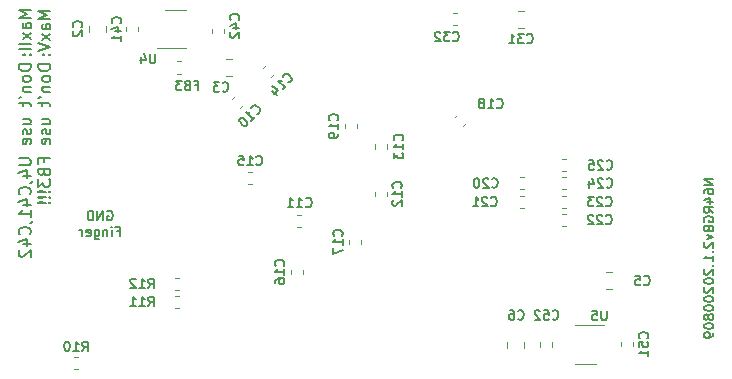
<source format=gbr>
G04 #@! TF.GenerationSoftware,KiCad,Pcbnew,(5.1.5)-3*
G04 #@! TF.CreationDate,2020-08-09T17:15:23+02:00*
G04 #@! TF.ProjectId,n64rgbv2.1,6e363472-6762-4763-922e-312e6b696361,rev?*
G04 #@! TF.SameCoordinates,Original*
G04 #@! TF.FileFunction,Legend,Bot*
G04 #@! TF.FilePolarity,Positive*
%FSLAX46Y46*%
G04 Gerber Fmt 4.6, Leading zero omitted, Abs format (unit mm)*
G04 Created by KiCad (PCBNEW (5.1.5)-3) date 2020-08-09 17:15:23*
%MOMM*%
%LPD*%
G04 APERTURE LIST*
%ADD10C,0.150000*%
%ADD11C,0.120000*%
G04 APERTURE END LIST*
D10*
X122402523Y-106113000D02*
X122478714Y-106074904D01*
X122593000Y-106074904D01*
X122707285Y-106113000D01*
X122783476Y-106189190D01*
X122821571Y-106265380D01*
X122859666Y-106417761D01*
X122859666Y-106532047D01*
X122821571Y-106684428D01*
X122783476Y-106760619D01*
X122707285Y-106836809D01*
X122593000Y-106874904D01*
X122516809Y-106874904D01*
X122402523Y-106836809D01*
X122364428Y-106798714D01*
X122364428Y-106532047D01*
X122516809Y-106532047D01*
X122021571Y-106874904D02*
X122021571Y-106074904D01*
X121564428Y-106874904D01*
X121564428Y-106074904D01*
X121183476Y-106874904D02*
X121183476Y-106074904D01*
X120993000Y-106074904D01*
X120878714Y-106113000D01*
X120802523Y-106189190D01*
X120764428Y-106265380D01*
X120726333Y-106417761D01*
X120726333Y-106532047D01*
X120764428Y-106684428D01*
X120802523Y-106760619D01*
X120878714Y-106836809D01*
X120993000Y-106874904D01*
X121183476Y-106874904D01*
X123183476Y-107805857D02*
X123450142Y-107805857D01*
X123450142Y-108224904D02*
X123450142Y-107424904D01*
X123069190Y-107424904D01*
X122764428Y-108224904D02*
X122764428Y-107691571D01*
X122764428Y-107424904D02*
X122802523Y-107463000D01*
X122764428Y-107501095D01*
X122726333Y-107463000D01*
X122764428Y-107424904D01*
X122764428Y-107501095D01*
X122383476Y-107691571D02*
X122383476Y-108224904D01*
X122383476Y-107767761D02*
X122345380Y-107729666D01*
X122269190Y-107691571D01*
X122154904Y-107691571D01*
X122078714Y-107729666D01*
X122040619Y-107805857D01*
X122040619Y-108224904D01*
X121316809Y-107691571D02*
X121316809Y-108339190D01*
X121354904Y-108415380D01*
X121393000Y-108453476D01*
X121469190Y-108491571D01*
X121583476Y-108491571D01*
X121659666Y-108453476D01*
X121316809Y-108186809D02*
X121393000Y-108224904D01*
X121545380Y-108224904D01*
X121621571Y-108186809D01*
X121659666Y-108148714D01*
X121697761Y-108072523D01*
X121697761Y-107843952D01*
X121659666Y-107767761D01*
X121621571Y-107729666D01*
X121545380Y-107691571D01*
X121393000Y-107691571D01*
X121316809Y-107729666D01*
X120631095Y-108186809D02*
X120707285Y-108224904D01*
X120859666Y-108224904D01*
X120935857Y-108186809D01*
X120973952Y-108110619D01*
X120973952Y-107805857D01*
X120935857Y-107729666D01*
X120859666Y-107691571D01*
X120707285Y-107691571D01*
X120631095Y-107729666D01*
X120593000Y-107805857D01*
X120593000Y-107882047D01*
X120973952Y-107958238D01*
X120250142Y-108224904D02*
X120250142Y-107691571D01*
X120250142Y-107843952D02*
X120212047Y-107767761D01*
X120173952Y-107729666D01*
X120097761Y-107691571D01*
X120021571Y-107691571D01*
X115908580Y-93705995D02*
X114908580Y-93705995D01*
X114908580Y-93944090D01*
X114956200Y-94086947D01*
X115051438Y-94182185D01*
X115146676Y-94229804D01*
X115337152Y-94277423D01*
X115480009Y-94277423D01*
X115670485Y-94229804D01*
X115765723Y-94182185D01*
X115860961Y-94086947D01*
X115908580Y-93944090D01*
X115908580Y-93705995D01*
X115908580Y-94848852D02*
X115860961Y-94753614D01*
X115813342Y-94705995D01*
X115718104Y-94658376D01*
X115432390Y-94658376D01*
X115337152Y-94705995D01*
X115289533Y-94753614D01*
X115241914Y-94848852D01*
X115241914Y-94991709D01*
X115289533Y-95086947D01*
X115337152Y-95134566D01*
X115432390Y-95182185D01*
X115718104Y-95182185D01*
X115813342Y-95134566D01*
X115860961Y-95086947D01*
X115908580Y-94991709D01*
X115908580Y-94848852D01*
X115241914Y-95610757D02*
X115908580Y-95610757D01*
X115337152Y-95610757D02*
X115289533Y-95658376D01*
X115241914Y-95753614D01*
X115241914Y-95896471D01*
X115289533Y-95991709D01*
X115384771Y-96039328D01*
X115908580Y-96039328D01*
X114908580Y-96563138D02*
X115099057Y-96467900D01*
X115241914Y-96848852D02*
X115241914Y-97229804D01*
X114908580Y-96991709D02*
X115765723Y-96991709D01*
X115860961Y-97039328D01*
X115908580Y-97134566D01*
X115908580Y-97229804D01*
X115241914Y-98753614D02*
X115908580Y-98753614D01*
X115241914Y-98325042D02*
X115765723Y-98325042D01*
X115860961Y-98372661D01*
X115908580Y-98467900D01*
X115908580Y-98610757D01*
X115860961Y-98705995D01*
X115813342Y-98753614D01*
X115860961Y-99182185D02*
X115908580Y-99277423D01*
X115908580Y-99467900D01*
X115860961Y-99563138D01*
X115765723Y-99610757D01*
X115718104Y-99610757D01*
X115622866Y-99563138D01*
X115575247Y-99467900D01*
X115575247Y-99325042D01*
X115527628Y-99229804D01*
X115432390Y-99182185D01*
X115384771Y-99182185D01*
X115289533Y-99229804D01*
X115241914Y-99325042D01*
X115241914Y-99467900D01*
X115289533Y-99563138D01*
X115860961Y-100420280D02*
X115908580Y-100325042D01*
X115908580Y-100134566D01*
X115860961Y-100039328D01*
X115765723Y-99991709D01*
X115384771Y-99991709D01*
X115289533Y-100039328D01*
X115241914Y-100134566D01*
X115241914Y-100325042D01*
X115289533Y-100420280D01*
X115384771Y-100467900D01*
X115480009Y-100467900D01*
X115575247Y-99991709D01*
X114908580Y-101658376D02*
X115718104Y-101658376D01*
X115813342Y-101705995D01*
X115860961Y-101753614D01*
X115908580Y-101848852D01*
X115908580Y-102039328D01*
X115860961Y-102134566D01*
X115813342Y-102182185D01*
X115718104Y-102229804D01*
X114908580Y-102229804D01*
X115241914Y-103134566D02*
X115908580Y-103134566D01*
X114860961Y-102896471D02*
X115575247Y-102658376D01*
X115575247Y-103277423D01*
X115860961Y-103705995D02*
X115908580Y-103705995D01*
X116003819Y-103658376D01*
X116051438Y-103610757D01*
X115813342Y-104705995D02*
X115860961Y-104658376D01*
X115908580Y-104515519D01*
X115908580Y-104420280D01*
X115860961Y-104277423D01*
X115765723Y-104182185D01*
X115670485Y-104134566D01*
X115480009Y-104086947D01*
X115337152Y-104086947D01*
X115146676Y-104134566D01*
X115051438Y-104182185D01*
X114956200Y-104277423D01*
X114908580Y-104420280D01*
X114908580Y-104515519D01*
X114956200Y-104658376D01*
X115003819Y-104705995D01*
X115241914Y-105563138D02*
X115908580Y-105563138D01*
X114860961Y-105325042D02*
X115575247Y-105086947D01*
X115575247Y-105705995D01*
X115908580Y-106610757D02*
X115908580Y-106039328D01*
X115908580Y-106325042D02*
X114908580Y-106325042D01*
X115051438Y-106229804D01*
X115146676Y-106134566D01*
X115194295Y-106039328D01*
X115860961Y-107086947D02*
X115908580Y-107086947D01*
X116003819Y-107039328D01*
X116051438Y-106991709D01*
X115813342Y-108086947D02*
X115860961Y-108039328D01*
X115908580Y-107896471D01*
X115908580Y-107801233D01*
X115860961Y-107658376D01*
X115765723Y-107563138D01*
X115670485Y-107515519D01*
X115480009Y-107467900D01*
X115337152Y-107467900D01*
X115146676Y-107515519D01*
X115051438Y-107563138D01*
X114956200Y-107658376D01*
X114908580Y-107801233D01*
X114908580Y-107896471D01*
X114956200Y-108039328D01*
X115003819Y-108086947D01*
X115241914Y-108944090D02*
X115908580Y-108944090D01*
X114860961Y-108705995D02*
X115575247Y-108467900D01*
X115575247Y-109086947D01*
X115003819Y-109420280D02*
X114956200Y-109467900D01*
X114908580Y-109563138D01*
X114908580Y-109801233D01*
X114956200Y-109896471D01*
X115003819Y-109944090D01*
X115099057Y-109991709D01*
X115194295Y-109991709D01*
X115337152Y-109944090D01*
X115908580Y-109372661D01*
X115908580Y-109991709D01*
X117558580Y-93705995D02*
X116558580Y-93705995D01*
X116558580Y-93944090D01*
X116606200Y-94086947D01*
X116701438Y-94182185D01*
X116796676Y-94229804D01*
X116987152Y-94277423D01*
X117130009Y-94277423D01*
X117320485Y-94229804D01*
X117415723Y-94182185D01*
X117510961Y-94086947D01*
X117558580Y-93944090D01*
X117558580Y-93705995D01*
X117558580Y-94848852D02*
X117510961Y-94753614D01*
X117463342Y-94705995D01*
X117368104Y-94658376D01*
X117082390Y-94658376D01*
X116987152Y-94705995D01*
X116939533Y-94753614D01*
X116891914Y-94848852D01*
X116891914Y-94991709D01*
X116939533Y-95086947D01*
X116987152Y-95134566D01*
X117082390Y-95182185D01*
X117368104Y-95182185D01*
X117463342Y-95134566D01*
X117510961Y-95086947D01*
X117558580Y-94991709D01*
X117558580Y-94848852D01*
X116891914Y-95610757D02*
X117558580Y-95610757D01*
X116987152Y-95610757D02*
X116939533Y-95658376D01*
X116891914Y-95753614D01*
X116891914Y-95896471D01*
X116939533Y-95991709D01*
X117034771Y-96039328D01*
X117558580Y-96039328D01*
X116558580Y-96563138D02*
X116749057Y-96467900D01*
X116891914Y-96848852D02*
X116891914Y-97229804D01*
X116558580Y-96991709D02*
X117415723Y-96991709D01*
X117510961Y-97039328D01*
X117558580Y-97134566D01*
X117558580Y-97229804D01*
X116891914Y-98753614D02*
X117558580Y-98753614D01*
X116891914Y-98325042D02*
X117415723Y-98325042D01*
X117510961Y-98372661D01*
X117558580Y-98467900D01*
X117558580Y-98610757D01*
X117510961Y-98705995D01*
X117463342Y-98753614D01*
X117510961Y-99182185D02*
X117558580Y-99277423D01*
X117558580Y-99467900D01*
X117510961Y-99563138D01*
X117415723Y-99610757D01*
X117368104Y-99610757D01*
X117272866Y-99563138D01*
X117225247Y-99467900D01*
X117225247Y-99325042D01*
X117177628Y-99229804D01*
X117082390Y-99182185D01*
X117034771Y-99182185D01*
X116939533Y-99229804D01*
X116891914Y-99325042D01*
X116891914Y-99467900D01*
X116939533Y-99563138D01*
X117510961Y-100420280D02*
X117558580Y-100325042D01*
X117558580Y-100134566D01*
X117510961Y-100039328D01*
X117415723Y-99991709D01*
X117034771Y-99991709D01*
X116939533Y-100039328D01*
X116891914Y-100134566D01*
X116891914Y-100325042D01*
X116939533Y-100420280D01*
X117034771Y-100467900D01*
X117130009Y-100467900D01*
X117225247Y-99991709D01*
X117034771Y-101991709D02*
X117034771Y-101658376D01*
X117558580Y-101658376D02*
X116558580Y-101658376D01*
X116558580Y-102134566D01*
X117034771Y-102848852D02*
X117082390Y-102991709D01*
X117130009Y-103039328D01*
X117225247Y-103086947D01*
X117368104Y-103086947D01*
X117463342Y-103039328D01*
X117510961Y-102991709D01*
X117558580Y-102896471D01*
X117558580Y-102515519D01*
X116558580Y-102515519D01*
X116558580Y-102848852D01*
X116606200Y-102944090D01*
X116653819Y-102991709D01*
X116749057Y-103039328D01*
X116844295Y-103039328D01*
X116939533Y-102991709D01*
X116987152Y-102944090D01*
X117034771Y-102848852D01*
X117034771Y-102515519D01*
X116558580Y-103420280D02*
X116558580Y-104039328D01*
X116939533Y-103705995D01*
X116939533Y-103848852D01*
X116987152Y-103944090D01*
X117034771Y-103991709D01*
X117130009Y-104039328D01*
X117368104Y-104039328D01*
X117463342Y-103991709D01*
X117510961Y-103944090D01*
X117558580Y-103848852D01*
X117558580Y-103563138D01*
X117510961Y-103467900D01*
X117463342Y-103420280D01*
X117463342Y-104467900D02*
X117510961Y-104515519D01*
X117558580Y-104467900D01*
X117510961Y-104420280D01*
X117463342Y-104467900D01*
X117558580Y-104467900D01*
X117177628Y-104467900D02*
X116606200Y-104420280D01*
X116558580Y-104467900D01*
X116606200Y-104515519D01*
X117177628Y-104467900D01*
X116558580Y-104467900D01*
X117463342Y-104944090D02*
X117510961Y-104991709D01*
X117558580Y-104944090D01*
X117510961Y-104896471D01*
X117463342Y-104944090D01*
X117558580Y-104944090D01*
X117177628Y-104944090D02*
X116606200Y-104896471D01*
X116558580Y-104944090D01*
X116606200Y-104991709D01*
X117177628Y-104944090D01*
X116558580Y-104944090D01*
X117463342Y-105420280D02*
X117510961Y-105467900D01*
X117558580Y-105420280D01*
X117510961Y-105372661D01*
X117463342Y-105420280D01*
X117558580Y-105420280D01*
X117177628Y-105420280D02*
X116606200Y-105372661D01*
X116558580Y-105420280D01*
X116606200Y-105467900D01*
X117177628Y-105420280D01*
X116558580Y-105420280D01*
X115908580Y-89072880D02*
X114908580Y-89072880D01*
X115622866Y-89406214D01*
X114908580Y-89739547D01*
X115908580Y-89739547D01*
X115908580Y-90644309D02*
X115384771Y-90644309D01*
X115289533Y-90596690D01*
X115241914Y-90501452D01*
X115241914Y-90310976D01*
X115289533Y-90215738D01*
X115860961Y-90644309D02*
X115908580Y-90549071D01*
X115908580Y-90310976D01*
X115860961Y-90215738D01*
X115765723Y-90168119D01*
X115670485Y-90168119D01*
X115575247Y-90215738D01*
X115527628Y-90310976D01*
X115527628Y-90549071D01*
X115480009Y-90644309D01*
X115908580Y-91025261D02*
X115241914Y-91549071D01*
X115241914Y-91025261D02*
X115908580Y-91549071D01*
X115908580Y-91930023D02*
X114908580Y-91930023D01*
X115908580Y-92406214D02*
X114908580Y-92406214D01*
X115813342Y-92882404D02*
X115860961Y-92930023D01*
X115908580Y-92882404D01*
X115860961Y-92834785D01*
X115813342Y-92882404D01*
X115908580Y-92882404D01*
X115289533Y-92882404D02*
X115337152Y-92930023D01*
X115384771Y-92882404D01*
X115337152Y-92834785D01*
X115289533Y-92882404D01*
X115384771Y-92882404D01*
X117558580Y-89168119D02*
X116558580Y-89168119D01*
X117272866Y-89501452D01*
X116558580Y-89834785D01*
X117558580Y-89834785D01*
X117558580Y-90739547D02*
X117034771Y-90739547D01*
X116939533Y-90691928D01*
X116891914Y-90596690D01*
X116891914Y-90406214D01*
X116939533Y-90310976D01*
X117510961Y-90739547D02*
X117558580Y-90644309D01*
X117558580Y-90406214D01*
X117510961Y-90310976D01*
X117415723Y-90263357D01*
X117320485Y-90263357D01*
X117225247Y-90310976D01*
X117177628Y-90406214D01*
X117177628Y-90644309D01*
X117130009Y-90739547D01*
X117558580Y-91120500D02*
X116891914Y-91644309D01*
X116891914Y-91120500D02*
X117558580Y-91644309D01*
X116558580Y-91882404D02*
X117558580Y-92215738D01*
X116558580Y-92549071D01*
X117463342Y-92882404D02*
X117510961Y-92930023D01*
X117558580Y-92882404D01*
X117510961Y-92834785D01*
X117463342Y-92882404D01*
X117558580Y-92882404D01*
X116939533Y-92882404D02*
X116987152Y-92930023D01*
X117034771Y-92882404D01*
X116987152Y-92834785D01*
X116939533Y-92882404D01*
X117034771Y-92882404D01*
X173716904Y-103423285D02*
X172916904Y-103423285D01*
X173716904Y-103880428D01*
X172916904Y-103880428D01*
X172916904Y-104604238D02*
X172916904Y-104451857D01*
X172955000Y-104375666D01*
X172993095Y-104337571D01*
X173107380Y-104261380D01*
X173259761Y-104223285D01*
X173564523Y-104223285D01*
X173640714Y-104261380D01*
X173678809Y-104299476D01*
X173716904Y-104375666D01*
X173716904Y-104528047D01*
X173678809Y-104604238D01*
X173640714Y-104642333D01*
X173564523Y-104680428D01*
X173374047Y-104680428D01*
X173297857Y-104642333D01*
X173259761Y-104604238D01*
X173221666Y-104528047D01*
X173221666Y-104375666D01*
X173259761Y-104299476D01*
X173297857Y-104261380D01*
X173374047Y-104223285D01*
X173183571Y-105366142D02*
X173716904Y-105366142D01*
X172878809Y-105175666D02*
X173450238Y-104985190D01*
X173450238Y-105480428D01*
X173716904Y-106242333D02*
X173335952Y-105975666D01*
X173716904Y-105785190D02*
X172916904Y-105785190D01*
X172916904Y-106089952D01*
X172955000Y-106166142D01*
X172993095Y-106204238D01*
X173069285Y-106242333D01*
X173183571Y-106242333D01*
X173259761Y-106204238D01*
X173297857Y-106166142D01*
X173335952Y-106089952D01*
X173335952Y-105785190D01*
X172955000Y-107004238D02*
X172916904Y-106928047D01*
X172916904Y-106813761D01*
X172955000Y-106699476D01*
X173031190Y-106623285D01*
X173107380Y-106585190D01*
X173259761Y-106547095D01*
X173374047Y-106547095D01*
X173526428Y-106585190D01*
X173602619Y-106623285D01*
X173678809Y-106699476D01*
X173716904Y-106813761D01*
X173716904Y-106889952D01*
X173678809Y-107004238D01*
X173640714Y-107042333D01*
X173374047Y-107042333D01*
X173374047Y-106889952D01*
X173297857Y-107651857D02*
X173335952Y-107766142D01*
X173374047Y-107804238D01*
X173450238Y-107842333D01*
X173564523Y-107842333D01*
X173640714Y-107804238D01*
X173678809Y-107766142D01*
X173716904Y-107689952D01*
X173716904Y-107385190D01*
X172916904Y-107385190D01*
X172916904Y-107651857D01*
X172955000Y-107728047D01*
X172993095Y-107766142D01*
X173069285Y-107804238D01*
X173145476Y-107804238D01*
X173221666Y-107766142D01*
X173259761Y-107728047D01*
X173297857Y-107651857D01*
X173297857Y-107385190D01*
X173183571Y-108109000D02*
X173716904Y-108299476D01*
X173183571Y-108489952D01*
X172993095Y-108756619D02*
X172955000Y-108794714D01*
X172916904Y-108870904D01*
X172916904Y-109061380D01*
X172955000Y-109137571D01*
X172993095Y-109175666D01*
X173069285Y-109213761D01*
X173145476Y-109213761D01*
X173259761Y-109175666D01*
X173716904Y-108718523D01*
X173716904Y-109213761D01*
X173640714Y-109556619D02*
X173678809Y-109594714D01*
X173716904Y-109556619D01*
X173678809Y-109518523D01*
X173640714Y-109556619D01*
X173716904Y-109556619D01*
X173716904Y-110356619D02*
X173716904Y-109899476D01*
X173716904Y-110128047D02*
X172916904Y-110128047D01*
X173031190Y-110051857D01*
X173107380Y-109975666D01*
X173145476Y-109899476D01*
X173640714Y-110699476D02*
X173678809Y-110737571D01*
X173716904Y-110699476D01*
X173678809Y-110661380D01*
X173640714Y-110699476D01*
X173716904Y-110699476D01*
X172993095Y-111042333D02*
X172955000Y-111080428D01*
X172916904Y-111156619D01*
X172916904Y-111347095D01*
X172955000Y-111423285D01*
X172993095Y-111461380D01*
X173069285Y-111499476D01*
X173145476Y-111499476D01*
X173259761Y-111461380D01*
X173716904Y-111004238D01*
X173716904Y-111499476D01*
X172916904Y-111994714D02*
X172916904Y-112070904D01*
X172955000Y-112147095D01*
X172993095Y-112185190D01*
X173069285Y-112223285D01*
X173221666Y-112261380D01*
X173412142Y-112261380D01*
X173564523Y-112223285D01*
X173640714Y-112185190D01*
X173678809Y-112147095D01*
X173716904Y-112070904D01*
X173716904Y-111994714D01*
X173678809Y-111918523D01*
X173640714Y-111880428D01*
X173564523Y-111842333D01*
X173412142Y-111804238D01*
X173221666Y-111804238D01*
X173069285Y-111842333D01*
X172993095Y-111880428D01*
X172955000Y-111918523D01*
X172916904Y-111994714D01*
X172993095Y-112566142D02*
X172955000Y-112604238D01*
X172916904Y-112680428D01*
X172916904Y-112870904D01*
X172955000Y-112947095D01*
X172993095Y-112985190D01*
X173069285Y-113023285D01*
X173145476Y-113023285D01*
X173259761Y-112985190D01*
X173716904Y-112528047D01*
X173716904Y-113023285D01*
X172916904Y-113518523D02*
X172916904Y-113594714D01*
X172955000Y-113670904D01*
X172993095Y-113709000D01*
X173069285Y-113747095D01*
X173221666Y-113785190D01*
X173412142Y-113785190D01*
X173564523Y-113747095D01*
X173640714Y-113709000D01*
X173678809Y-113670904D01*
X173716904Y-113594714D01*
X173716904Y-113518523D01*
X173678809Y-113442333D01*
X173640714Y-113404238D01*
X173564523Y-113366142D01*
X173412142Y-113328047D01*
X173221666Y-113328047D01*
X173069285Y-113366142D01*
X172993095Y-113404238D01*
X172955000Y-113442333D01*
X172916904Y-113518523D01*
X172916904Y-114280428D02*
X172916904Y-114356619D01*
X172955000Y-114432809D01*
X172993095Y-114470904D01*
X173069285Y-114509000D01*
X173221666Y-114547095D01*
X173412142Y-114547095D01*
X173564523Y-114509000D01*
X173640714Y-114470904D01*
X173678809Y-114432809D01*
X173716904Y-114356619D01*
X173716904Y-114280428D01*
X173678809Y-114204238D01*
X173640714Y-114166142D01*
X173564523Y-114128047D01*
X173412142Y-114089952D01*
X173221666Y-114089952D01*
X173069285Y-114128047D01*
X172993095Y-114166142D01*
X172955000Y-114204238D01*
X172916904Y-114280428D01*
X173259761Y-115004238D02*
X173221666Y-114928047D01*
X173183571Y-114889952D01*
X173107380Y-114851857D01*
X173069285Y-114851857D01*
X172993095Y-114889952D01*
X172955000Y-114928047D01*
X172916904Y-115004238D01*
X172916904Y-115156619D01*
X172955000Y-115232809D01*
X172993095Y-115270904D01*
X173069285Y-115309000D01*
X173107380Y-115309000D01*
X173183571Y-115270904D01*
X173221666Y-115232809D01*
X173259761Y-115156619D01*
X173259761Y-115004238D01*
X173297857Y-114928047D01*
X173335952Y-114889952D01*
X173412142Y-114851857D01*
X173564523Y-114851857D01*
X173640714Y-114889952D01*
X173678809Y-114928047D01*
X173716904Y-115004238D01*
X173716904Y-115156619D01*
X173678809Y-115232809D01*
X173640714Y-115270904D01*
X173564523Y-115309000D01*
X173412142Y-115309000D01*
X173335952Y-115270904D01*
X173297857Y-115232809D01*
X173259761Y-115156619D01*
X172916904Y-115804238D02*
X172916904Y-115880428D01*
X172955000Y-115956619D01*
X172993095Y-115994714D01*
X173069285Y-116032809D01*
X173221666Y-116070904D01*
X173412142Y-116070904D01*
X173564523Y-116032809D01*
X173640714Y-115994714D01*
X173678809Y-115956619D01*
X173716904Y-115880428D01*
X173716904Y-115804238D01*
X173678809Y-115728047D01*
X173640714Y-115689952D01*
X173564523Y-115651857D01*
X173412142Y-115613761D01*
X173221666Y-115613761D01*
X173069285Y-115651857D01*
X172993095Y-115689952D01*
X172955000Y-115728047D01*
X172916904Y-115804238D01*
X173716904Y-116451857D02*
X173716904Y-116604238D01*
X173678809Y-116680428D01*
X173640714Y-116718523D01*
X173526428Y-116794714D01*
X173374047Y-116832809D01*
X173069285Y-116832809D01*
X172993095Y-116794714D01*
X172955000Y-116756619D01*
X172916904Y-116680428D01*
X172916904Y-116528047D01*
X172955000Y-116451857D01*
X172993095Y-116413761D01*
X173069285Y-116375666D01*
X173259761Y-116375666D01*
X173335952Y-116413761D01*
X173374047Y-116451857D01*
X173412142Y-116528047D01*
X173412142Y-116680428D01*
X173374047Y-116756619D01*
X173335952Y-116794714D01*
X173259761Y-116832809D01*
D11*
X162013240Y-115804040D02*
X164463240Y-115804040D01*
X163813240Y-119024040D02*
X162013240Y-119024040D01*
X129080920Y-92303280D02*
X126630920Y-92303280D01*
X127280920Y-89083280D02*
X129080920Y-89083280D01*
X128098733Y-111758000D02*
X128441267Y-111758000D01*
X128098733Y-112778000D02*
X128441267Y-112778000D01*
X128098733Y-113282000D02*
X128441267Y-113282000D01*
X128098733Y-114302000D02*
X128441267Y-114302000D01*
X119589733Y-118489000D02*
X119932267Y-118489000D01*
X119589733Y-119509000D02*
X119932267Y-119509000D01*
X128664687Y-93449680D02*
X128322153Y-93449680D01*
X128664687Y-94469680D02*
X128322153Y-94469680D01*
X160022000Y-117242773D02*
X160022000Y-117585307D01*
X159002000Y-117242773D02*
X159002000Y-117585307D01*
X166895240Y-117217273D02*
X166895240Y-117559807D01*
X165875240Y-117217273D02*
X165875240Y-117559807D01*
X131244880Y-91016807D02*
X131244880Y-90674273D01*
X132264880Y-91016807D02*
X132264880Y-90674273D01*
X123950000Y-90879747D02*
X123950000Y-90537213D01*
X124970000Y-90879747D02*
X124970000Y-90537213D01*
X152037767Y-90392980D02*
X151695233Y-90392980D01*
X152037767Y-89372980D02*
X151695233Y-89372980D01*
X157140248Y-89206000D02*
X157662752Y-89206000D01*
X157140248Y-90626000D02*
X157662752Y-90626000D01*
X161242727Y-102719600D02*
X160900193Y-102719600D01*
X161242727Y-101699600D02*
X160900193Y-101699600D01*
X161242928Y-104281700D02*
X160900394Y-104281700D01*
X161242928Y-103261700D02*
X160900394Y-103261700D01*
X161242827Y-105833640D02*
X160900293Y-105833640D01*
X161242827Y-104813640D02*
X160900293Y-104813640D01*
X161242928Y-107383040D02*
X160900394Y-107383040D01*
X161242928Y-106363040D02*
X160900394Y-106363040D01*
X157308733Y-104813640D02*
X157651267Y-104813640D01*
X157308733Y-105833640D02*
X157651267Y-105833640D01*
X157308733Y-103264240D02*
X157651267Y-103264240D01*
X157308733Y-104284240D02*
X157651267Y-104284240D01*
X143512000Y-98761733D02*
X143512000Y-99104267D01*
X142492000Y-98761733D02*
X142492000Y-99104267D01*
X151791271Y-98185480D02*
X152033480Y-97943271D01*
X152512520Y-98906729D02*
X152754729Y-98664520D01*
X143893000Y-108540733D02*
X143893000Y-108883267D01*
X142873000Y-108540733D02*
X142873000Y-108883267D01*
X138940000Y-111080733D02*
X138940000Y-111423267D01*
X137920000Y-111080733D02*
X137920000Y-111423267D01*
X134321733Y-102804500D02*
X134664267Y-102804500D01*
X134321733Y-103824500D02*
X134664267Y-103824500D01*
X135572784Y-94023007D02*
X135814993Y-93780798D01*
X136294033Y-94744256D02*
X136536242Y-94502047D01*
X146052000Y-100476233D02*
X146052000Y-100818767D01*
X145032000Y-100476233D02*
X145032000Y-100818767D01*
X145032000Y-104819267D02*
X145032000Y-104476733D01*
X146052000Y-104819267D02*
X146052000Y-104476733D01*
X138449233Y-106424000D02*
X138791767Y-106424000D01*
X138449233Y-107444000D02*
X138791767Y-107444000D01*
X133895816Y-97128407D02*
X133653607Y-97370616D01*
X133174567Y-96407158D02*
X132932358Y-96649367D01*
X157682000Y-117165248D02*
X157682000Y-117687752D01*
X156262000Y-117165248D02*
X156262000Y-117687752D01*
X164635548Y-111253200D02*
X165158052Y-111253200D01*
X164635548Y-112673200D02*
X165158052Y-112673200D01*
X132438508Y-93239520D02*
X132961012Y-93239520D01*
X132438508Y-94659520D02*
X132961012Y-94659520D01*
X120829000Y-90939252D02*
X120829000Y-90416748D01*
X122249000Y-90939252D02*
X122249000Y-90416748D01*
D10*
X164693523Y-114560404D02*
X164693523Y-115208023D01*
X164655428Y-115284214D01*
X164617333Y-115322309D01*
X164541142Y-115360404D01*
X164388761Y-115360404D01*
X164312571Y-115322309D01*
X164274476Y-115284214D01*
X164236380Y-115208023D01*
X164236380Y-114560404D01*
X163474476Y-114560404D02*
X163855428Y-114560404D01*
X163893523Y-114941357D01*
X163855428Y-114903261D01*
X163779238Y-114865166D01*
X163588761Y-114865166D01*
X163512571Y-114903261D01*
X163474476Y-114941357D01*
X163436380Y-115017547D01*
X163436380Y-115208023D01*
X163474476Y-115284214D01*
X163512571Y-115322309D01*
X163588761Y-115360404D01*
X163779238Y-115360404D01*
X163855428Y-115322309D01*
X163893523Y-115284214D01*
X126466523Y-92779904D02*
X126466523Y-93427523D01*
X126428428Y-93503714D01*
X126390333Y-93541809D01*
X126314142Y-93579904D01*
X126161761Y-93579904D01*
X126085571Y-93541809D01*
X126047476Y-93503714D01*
X126009380Y-93427523D01*
X126009380Y-92779904D01*
X125285571Y-93046571D02*
X125285571Y-93579904D01*
X125476047Y-92741809D02*
X125666523Y-93313238D01*
X125171285Y-93313238D01*
X125863285Y-112629904D02*
X126129952Y-112248952D01*
X126320428Y-112629904D02*
X126320428Y-111829904D01*
X126015666Y-111829904D01*
X125939476Y-111868000D01*
X125901380Y-111906095D01*
X125863285Y-111982285D01*
X125863285Y-112096571D01*
X125901380Y-112172761D01*
X125939476Y-112210857D01*
X126015666Y-112248952D01*
X126320428Y-112248952D01*
X125101380Y-112629904D02*
X125558523Y-112629904D01*
X125329952Y-112629904D02*
X125329952Y-111829904D01*
X125406142Y-111944190D01*
X125482333Y-112020380D01*
X125558523Y-112058476D01*
X124796619Y-111906095D02*
X124758523Y-111868000D01*
X124682333Y-111829904D01*
X124491857Y-111829904D01*
X124415666Y-111868000D01*
X124377571Y-111906095D01*
X124339476Y-111982285D01*
X124339476Y-112058476D01*
X124377571Y-112172761D01*
X124834714Y-112629904D01*
X124339476Y-112629904D01*
X125863285Y-114153904D02*
X126129952Y-113772952D01*
X126320428Y-114153904D02*
X126320428Y-113353904D01*
X126015666Y-113353904D01*
X125939476Y-113392000D01*
X125901380Y-113430095D01*
X125863285Y-113506285D01*
X125863285Y-113620571D01*
X125901380Y-113696761D01*
X125939476Y-113734857D01*
X126015666Y-113772952D01*
X126320428Y-113772952D01*
X125101380Y-114153904D02*
X125558523Y-114153904D01*
X125329952Y-114153904D02*
X125329952Y-113353904D01*
X125406142Y-113468190D01*
X125482333Y-113544380D01*
X125558523Y-113582476D01*
X124339476Y-114153904D02*
X124796619Y-114153904D01*
X124568047Y-114153904D02*
X124568047Y-113353904D01*
X124644238Y-113468190D01*
X124720428Y-113544380D01*
X124796619Y-113582476D01*
X120275285Y-117963904D02*
X120541952Y-117582952D01*
X120732428Y-117963904D02*
X120732428Y-117163904D01*
X120427666Y-117163904D01*
X120351476Y-117202000D01*
X120313380Y-117240095D01*
X120275285Y-117316285D01*
X120275285Y-117430571D01*
X120313380Y-117506761D01*
X120351476Y-117544857D01*
X120427666Y-117582952D01*
X120732428Y-117582952D01*
X119513380Y-117963904D02*
X119970523Y-117963904D01*
X119741952Y-117963904D02*
X119741952Y-117163904D01*
X119818142Y-117278190D01*
X119894333Y-117354380D01*
X119970523Y-117392476D01*
X119018142Y-117163904D02*
X118941952Y-117163904D01*
X118865761Y-117202000D01*
X118827666Y-117240095D01*
X118789571Y-117316285D01*
X118751476Y-117468666D01*
X118751476Y-117659142D01*
X118789571Y-117811523D01*
X118827666Y-117887714D01*
X118865761Y-117925809D01*
X118941952Y-117963904D01*
X119018142Y-117963904D01*
X119094333Y-117925809D01*
X119132428Y-117887714D01*
X119170523Y-117811523D01*
X119208619Y-117659142D01*
X119208619Y-117468666D01*
X119170523Y-117316285D01*
X119132428Y-117240095D01*
X119094333Y-117202000D01*
X119018142Y-117163904D01*
X129825666Y-95446857D02*
X130092333Y-95446857D01*
X130092333Y-95865904D02*
X130092333Y-95065904D01*
X129711380Y-95065904D01*
X129139952Y-95446857D02*
X129025666Y-95484952D01*
X128987571Y-95523047D01*
X128949476Y-95599238D01*
X128949476Y-95713523D01*
X128987571Y-95789714D01*
X129025666Y-95827809D01*
X129101857Y-95865904D01*
X129406619Y-95865904D01*
X129406619Y-95065904D01*
X129139952Y-95065904D01*
X129063761Y-95104000D01*
X129025666Y-95142095D01*
X128987571Y-95218285D01*
X128987571Y-95294476D01*
X129025666Y-95370666D01*
X129063761Y-95408761D01*
X129139952Y-95446857D01*
X129406619Y-95446857D01*
X128682809Y-95065904D02*
X128187571Y-95065904D01*
X128454238Y-95370666D01*
X128339952Y-95370666D01*
X128263761Y-95408761D01*
X128225666Y-95446857D01*
X128187571Y-95523047D01*
X128187571Y-95713523D01*
X128225666Y-95789714D01*
X128263761Y-95827809D01*
X128339952Y-95865904D01*
X128568523Y-95865904D01*
X128644714Y-95827809D01*
X128682809Y-95789714D01*
X160089785Y-115220714D02*
X160127880Y-115258809D01*
X160242166Y-115296904D01*
X160318357Y-115296904D01*
X160432642Y-115258809D01*
X160508833Y-115182619D01*
X160546928Y-115106428D01*
X160585023Y-114954047D01*
X160585023Y-114839761D01*
X160546928Y-114687380D01*
X160508833Y-114611190D01*
X160432642Y-114535000D01*
X160318357Y-114496904D01*
X160242166Y-114496904D01*
X160127880Y-114535000D01*
X160089785Y-114573095D01*
X159365976Y-114496904D02*
X159746928Y-114496904D01*
X159785023Y-114877857D01*
X159746928Y-114839761D01*
X159670738Y-114801666D01*
X159480261Y-114801666D01*
X159404071Y-114839761D01*
X159365976Y-114877857D01*
X159327880Y-114954047D01*
X159327880Y-115144523D01*
X159365976Y-115220714D01*
X159404071Y-115258809D01*
X159480261Y-115296904D01*
X159670738Y-115296904D01*
X159746928Y-115258809D01*
X159785023Y-115220714D01*
X159023119Y-114573095D02*
X158985023Y-114535000D01*
X158908833Y-114496904D01*
X158718357Y-114496904D01*
X158642166Y-114535000D01*
X158604071Y-114573095D01*
X158565976Y-114649285D01*
X158565976Y-114725476D01*
X158604071Y-114839761D01*
X159061214Y-115296904D01*
X158565976Y-115296904D01*
X168116214Y-116874254D02*
X168154309Y-116836159D01*
X168192404Y-116721873D01*
X168192404Y-116645682D01*
X168154309Y-116531397D01*
X168078119Y-116455206D01*
X168001928Y-116417111D01*
X167849547Y-116379016D01*
X167735261Y-116379016D01*
X167582880Y-116417111D01*
X167506690Y-116455206D01*
X167430500Y-116531397D01*
X167392404Y-116645682D01*
X167392404Y-116721873D01*
X167430500Y-116836159D01*
X167468595Y-116874254D01*
X167392404Y-117598063D02*
X167392404Y-117217111D01*
X167773357Y-117179016D01*
X167735261Y-117217111D01*
X167697166Y-117293301D01*
X167697166Y-117483778D01*
X167735261Y-117559968D01*
X167773357Y-117598063D01*
X167849547Y-117636159D01*
X168040023Y-117636159D01*
X168116214Y-117598063D01*
X168154309Y-117559968D01*
X168192404Y-117483778D01*
X168192404Y-117293301D01*
X168154309Y-117217111D01*
X168116214Y-117179016D01*
X168192404Y-118398063D02*
X168192404Y-117940920D01*
X168192404Y-118169492D02*
X167392404Y-118169492D01*
X167506690Y-118093301D01*
X167582880Y-118017111D01*
X167620976Y-117940920D01*
X133508714Y-89909714D02*
X133546809Y-89871619D01*
X133584904Y-89757333D01*
X133584904Y-89681142D01*
X133546809Y-89566857D01*
X133470619Y-89490666D01*
X133394428Y-89452571D01*
X133242047Y-89414476D01*
X133127761Y-89414476D01*
X132975380Y-89452571D01*
X132899190Y-89490666D01*
X132823000Y-89566857D01*
X132784904Y-89681142D01*
X132784904Y-89757333D01*
X132823000Y-89871619D01*
X132861095Y-89909714D01*
X133051571Y-90595428D02*
X133584904Y-90595428D01*
X132746809Y-90404952D02*
X133318238Y-90214476D01*
X133318238Y-90709714D01*
X132861095Y-90976380D02*
X132823000Y-91014476D01*
X132784904Y-91090666D01*
X132784904Y-91281142D01*
X132823000Y-91357333D01*
X132861095Y-91395428D01*
X132937285Y-91433523D01*
X133013476Y-91433523D01*
X133127761Y-91395428D01*
X133584904Y-90938285D01*
X133584904Y-91433523D01*
X123475714Y-90194194D02*
X123513809Y-90156099D01*
X123551904Y-90041813D01*
X123551904Y-89965622D01*
X123513809Y-89851337D01*
X123437619Y-89775146D01*
X123361428Y-89737051D01*
X123209047Y-89698956D01*
X123094761Y-89698956D01*
X122942380Y-89737051D01*
X122866190Y-89775146D01*
X122790000Y-89851337D01*
X122751904Y-89965622D01*
X122751904Y-90041813D01*
X122790000Y-90156099D01*
X122828095Y-90194194D01*
X123018571Y-90879908D02*
X123551904Y-90879908D01*
X122713809Y-90689432D02*
X123285238Y-90498956D01*
X123285238Y-90994194D01*
X123551904Y-91718003D02*
X123551904Y-91260860D01*
X123551904Y-91489432D02*
X122751904Y-91489432D01*
X122866190Y-91413241D01*
X122942380Y-91337051D01*
X122980476Y-91260860D01*
X151644285Y-91662214D02*
X151682380Y-91700309D01*
X151796666Y-91738404D01*
X151872857Y-91738404D01*
X151987142Y-91700309D01*
X152063333Y-91624119D01*
X152101428Y-91547928D01*
X152139523Y-91395547D01*
X152139523Y-91281261D01*
X152101428Y-91128880D01*
X152063333Y-91052690D01*
X151987142Y-90976500D01*
X151872857Y-90938404D01*
X151796666Y-90938404D01*
X151682380Y-90976500D01*
X151644285Y-91014595D01*
X151377619Y-90938404D02*
X150882380Y-90938404D01*
X151149047Y-91243166D01*
X151034761Y-91243166D01*
X150958571Y-91281261D01*
X150920476Y-91319357D01*
X150882380Y-91395547D01*
X150882380Y-91586023D01*
X150920476Y-91662214D01*
X150958571Y-91700309D01*
X151034761Y-91738404D01*
X151263333Y-91738404D01*
X151339523Y-91700309D01*
X151377619Y-91662214D01*
X150577619Y-91014595D02*
X150539523Y-90976500D01*
X150463333Y-90938404D01*
X150272857Y-90938404D01*
X150196666Y-90976500D01*
X150158571Y-91014595D01*
X150120476Y-91090785D01*
X150120476Y-91166976D01*
X150158571Y-91281261D01*
X150615714Y-91738404D01*
X150120476Y-91738404D01*
X157915785Y-91851714D02*
X157953880Y-91889809D01*
X158068166Y-91927904D01*
X158144357Y-91927904D01*
X158258642Y-91889809D01*
X158334833Y-91813619D01*
X158372928Y-91737428D01*
X158411023Y-91585047D01*
X158411023Y-91470761D01*
X158372928Y-91318380D01*
X158334833Y-91242190D01*
X158258642Y-91166000D01*
X158144357Y-91127904D01*
X158068166Y-91127904D01*
X157953880Y-91166000D01*
X157915785Y-91204095D01*
X157649119Y-91127904D02*
X157153880Y-91127904D01*
X157420547Y-91432666D01*
X157306261Y-91432666D01*
X157230071Y-91470761D01*
X157191976Y-91508857D01*
X157153880Y-91585047D01*
X157153880Y-91775523D01*
X157191976Y-91851714D01*
X157230071Y-91889809D01*
X157306261Y-91927904D01*
X157534833Y-91927904D01*
X157611023Y-91889809D01*
X157649119Y-91851714D01*
X156391976Y-91927904D02*
X156849119Y-91927904D01*
X156620547Y-91927904D02*
X156620547Y-91127904D01*
X156696738Y-91242190D01*
X156772928Y-91318380D01*
X156849119Y-91356476D01*
X164661785Y-102520714D02*
X164699880Y-102558809D01*
X164814166Y-102596904D01*
X164890357Y-102596904D01*
X165004642Y-102558809D01*
X165080833Y-102482619D01*
X165118928Y-102406428D01*
X165157023Y-102254047D01*
X165157023Y-102139761D01*
X165118928Y-101987380D01*
X165080833Y-101911190D01*
X165004642Y-101835000D01*
X164890357Y-101796904D01*
X164814166Y-101796904D01*
X164699880Y-101835000D01*
X164661785Y-101873095D01*
X164357023Y-101873095D02*
X164318928Y-101835000D01*
X164242738Y-101796904D01*
X164052261Y-101796904D01*
X163976071Y-101835000D01*
X163937976Y-101873095D01*
X163899880Y-101949285D01*
X163899880Y-102025476D01*
X163937976Y-102139761D01*
X164395119Y-102596904D01*
X163899880Y-102596904D01*
X163176071Y-101796904D02*
X163557023Y-101796904D01*
X163595119Y-102177857D01*
X163557023Y-102139761D01*
X163480833Y-102101666D01*
X163290357Y-102101666D01*
X163214166Y-102139761D01*
X163176071Y-102177857D01*
X163137976Y-102254047D01*
X163137976Y-102444523D01*
X163176071Y-102520714D01*
X163214166Y-102558809D01*
X163290357Y-102596904D01*
X163480833Y-102596904D01*
X163557023Y-102558809D01*
X163595119Y-102520714D01*
X164661785Y-104044714D02*
X164699880Y-104082809D01*
X164814166Y-104120904D01*
X164890357Y-104120904D01*
X165004642Y-104082809D01*
X165080833Y-104006619D01*
X165118928Y-103930428D01*
X165157023Y-103778047D01*
X165157023Y-103663761D01*
X165118928Y-103511380D01*
X165080833Y-103435190D01*
X165004642Y-103359000D01*
X164890357Y-103320904D01*
X164814166Y-103320904D01*
X164699880Y-103359000D01*
X164661785Y-103397095D01*
X164357023Y-103397095D02*
X164318928Y-103359000D01*
X164242738Y-103320904D01*
X164052261Y-103320904D01*
X163976071Y-103359000D01*
X163937976Y-103397095D01*
X163899880Y-103473285D01*
X163899880Y-103549476D01*
X163937976Y-103663761D01*
X164395119Y-104120904D01*
X163899880Y-104120904D01*
X163214166Y-103587571D02*
X163214166Y-104120904D01*
X163404642Y-103282809D02*
X163595119Y-103854238D01*
X163099880Y-103854238D01*
X164598285Y-105632214D02*
X164636380Y-105670309D01*
X164750666Y-105708404D01*
X164826857Y-105708404D01*
X164941142Y-105670309D01*
X165017333Y-105594119D01*
X165055428Y-105517928D01*
X165093523Y-105365547D01*
X165093523Y-105251261D01*
X165055428Y-105098880D01*
X165017333Y-105022690D01*
X164941142Y-104946500D01*
X164826857Y-104908404D01*
X164750666Y-104908404D01*
X164636380Y-104946500D01*
X164598285Y-104984595D01*
X164293523Y-104984595D02*
X164255428Y-104946500D01*
X164179238Y-104908404D01*
X163988761Y-104908404D01*
X163912571Y-104946500D01*
X163874476Y-104984595D01*
X163836380Y-105060785D01*
X163836380Y-105136976D01*
X163874476Y-105251261D01*
X164331619Y-105708404D01*
X163836380Y-105708404D01*
X163569714Y-104908404D02*
X163074476Y-104908404D01*
X163341142Y-105213166D01*
X163226857Y-105213166D01*
X163150666Y-105251261D01*
X163112571Y-105289357D01*
X163074476Y-105365547D01*
X163074476Y-105556023D01*
X163112571Y-105632214D01*
X163150666Y-105670309D01*
X163226857Y-105708404D01*
X163455428Y-105708404D01*
X163531619Y-105670309D01*
X163569714Y-105632214D01*
X164598285Y-107156214D02*
X164636380Y-107194309D01*
X164750666Y-107232404D01*
X164826857Y-107232404D01*
X164941142Y-107194309D01*
X165017333Y-107118119D01*
X165055428Y-107041928D01*
X165093523Y-106889547D01*
X165093523Y-106775261D01*
X165055428Y-106622880D01*
X165017333Y-106546690D01*
X164941142Y-106470500D01*
X164826857Y-106432404D01*
X164750666Y-106432404D01*
X164636380Y-106470500D01*
X164598285Y-106508595D01*
X164293523Y-106508595D02*
X164255428Y-106470500D01*
X164179238Y-106432404D01*
X163988761Y-106432404D01*
X163912571Y-106470500D01*
X163874476Y-106508595D01*
X163836380Y-106584785D01*
X163836380Y-106660976D01*
X163874476Y-106775261D01*
X164331619Y-107232404D01*
X163836380Y-107232404D01*
X163531619Y-106508595D02*
X163493523Y-106470500D01*
X163417333Y-106432404D01*
X163226857Y-106432404D01*
X163150666Y-106470500D01*
X163112571Y-106508595D01*
X163074476Y-106584785D01*
X163074476Y-106660976D01*
X163112571Y-106775261D01*
X163569714Y-107232404D01*
X163074476Y-107232404D01*
X154882785Y-105632214D02*
X154920880Y-105670309D01*
X155035166Y-105708404D01*
X155111357Y-105708404D01*
X155225642Y-105670309D01*
X155301833Y-105594119D01*
X155339928Y-105517928D01*
X155378023Y-105365547D01*
X155378023Y-105251261D01*
X155339928Y-105098880D01*
X155301833Y-105022690D01*
X155225642Y-104946500D01*
X155111357Y-104908404D01*
X155035166Y-104908404D01*
X154920880Y-104946500D01*
X154882785Y-104984595D01*
X154578023Y-104984595D02*
X154539928Y-104946500D01*
X154463738Y-104908404D01*
X154273261Y-104908404D01*
X154197071Y-104946500D01*
X154158976Y-104984595D01*
X154120880Y-105060785D01*
X154120880Y-105136976D01*
X154158976Y-105251261D01*
X154616119Y-105708404D01*
X154120880Y-105708404D01*
X153358976Y-105708404D02*
X153816119Y-105708404D01*
X153587547Y-105708404D02*
X153587547Y-104908404D01*
X153663738Y-105022690D01*
X153739928Y-105098880D01*
X153816119Y-105136976D01*
X154946285Y-104044714D02*
X154984380Y-104082809D01*
X155098666Y-104120904D01*
X155174857Y-104120904D01*
X155289142Y-104082809D01*
X155365333Y-104006619D01*
X155403428Y-103930428D01*
X155441523Y-103778047D01*
X155441523Y-103663761D01*
X155403428Y-103511380D01*
X155365333Y-103435190D01*
X155289142Y-103359000D01*
X155174857Y-103320904D01*
X155098666Y-103320904D01*
X154984380Y-103359000D01*
X154946285Y-103397095D01*
X154641523Y-103397095D02*
X154603428Y-103359000D01*
X154527238Y-103320904D01*
X154336761Y-103320904D01*
X154260571Y-103359000D01*
X154222476Y-103397095D01*
X154184380Y-103473285D01*
X154184380Y-103549476D01*
X154222476Y-103663761D01*
X154679619Y-104120904D01*
X154184380Y-104120904D01*
X153689142Y-103320904D02*
X153612952Y-103320904D01*
X153536761Y-103359000D01*
X153498666Y-103397095D01*
X153460571Y-103473285D01*
X153422476Y-103625666D01*
X153422476Y-103816142D01*
X153460571Y-103968523D01*
X153498666Y-104044714D01*
X153536761Y-104082809D01*
X153612952Y-104120904D01*
X153689142Y-104120904D01*
X153765333Y-104082809D01*
X153803428Y-104044714D01*
X153841523Y-103968523D01*
X153879619Y-103816142D01*
X153879619Y-103625666D01*
X153841523Y-103473285D01*
X153803428Y-103397095D01*
X153765333Y-103359000D01*
X153689142Y-103320904D01*
X141857714Y-98418714D02*
X141895809Y-98380619D01*
X141933904Y-98266333D01*
X141933904Y-98190142D01*
X141895809Y-98075857D01*
X141819619Y-97999666D01*
X141743428Y-97961571D01*
X141591047Y-97923476D01*
X141476761Y-97923476D01*
X141324380Y-97961571D01*
X141248190Y-97999666D01*
X141172000Y-98075857D01*
X141133904Y-98190142D01*
X141133904Y-98266333D01*
X141172000Y-98380619D01*
X141210095Y-98418714D01*
X141933904Y-99180619D02*
X141933904Y-98723476D01*
X141933904Y-98952047D02*
X141133904Y-98952047D01*
X141248190Y-98875857D01*
X141324380Y-98799666D01*
X141362476Y-98723476D01*
X141933904Y-99561571D02*
X141933904Y-99713952D01*
X141895809Y-99790142D01*
X141857714Y-99828238D01*
X141743428Y-99904428D01*
X141591047Y-99942523D01*
X141286285Y-99942523D01*
X141210095Y-99904428D01*
X141172000Y-99866333D01*
X141133904Y-99790142D01*
X141133904Y-99637761D01*
X141172000Y-99561571D01*
X141210095Y-99523476D01*
X141286285Y-99485380D01*
X141476761Y-99485380D01*
X141552952Y-99523476D01*
X141591047Y-99561571D01*
X141629142Y-99637761D01*
X141629142Y-99790142D01*
X141591047Y-99866333D01*
X141552952Y-99904428D01*
X141476761Y-99942523D01*
X155390785Y-97313714D02*
X155428880Y-97351809D01*
X155543166Y-97389904D01*
X155619357Y-97389904D01*
X155733642Y-97351809D01*
X155809833Y-97275619D01*
X155847928Y-97199428D01*
X155886023Y-97047047D01*
X155886023Y-96932761D01*
X155847928Y-96780380D01*
X155809833Y-96704190D01*
X155733642Y-96628000D01*
X155619357Y-96589904D01*
X155543166Y-96589904D01*
X155428880Y-96628000D01*
X155390785Y-96666095D01*
X154628880Y-97389904D02*
X155086023Y-97389904D01*
X154857452Y-97389904D02*
X154857452Y-96589904D01*
X154933642Y-96704190D01*
X155009833Y-96780380D01*
X155086023Y-96818476D01*
X154171738Y-96932761D02*
X154247928Y-96894666D01*
X154286023Y-96856571D01*
X154324119Y-96780380D01*
X154324119Y-96742285D01*
X154286023Y-96666095D01*
X154247928Y-96628000D01*
X154171738Y-96589904D01*
X154019357Y-96589904D01*
X153943166Y-96628000D01*
X153905071Y-96666095D01*
X153866976Y-96742285D01*
X153866976Y-96780380D01*
X153905071Y-96856571D01*
X153943166Y-96894666D01*
X154019357Y-96932761D01*
X154171738Y-96932761D01*
X154247928Y-96970857D01*
X154286023Y-97008952D01*
X154324119Y-97085142D01*
X154324119Y-97237523D01*
X154286023Y-97313714D01*
X154247928Y-97351809D01*
X154171738Y-97389904D01*
X154019357Y-97389904D01*
X153943166Y-97351809D01*
X153905071Y-97313714D01*
X153866976Y-97237523D01*
X153866976Y-97085142D01*
X153905071Y-97008952D01*
X153943166Y-96970857D01*
X154019357Y-96932761D01*
X142238714Y-108197714D02*
X142276809Y-108159619D01*
X142314904Y-108045333D01*
X142314904Y-107969142D01*
X142276809Y-107854857D01*
X142200619Y-107778666D01*
X142124428Y-107740571D01*
X141972047Y-107702476D01*
X141857761Y-107702476D01*
X141705380Y-107740571D01*
X141629190Y-107778666D01*
X141553000Y-107854857D01*
X141514904Y-107969142D01*
X141514904Y-108045333D01*
X141553000Y-108159619D01*
X141591095Y-108197714D01*
X142314904Y-108959619D02*
X142314904Y-108502476D01*
X142314904Y-108731047D02*
X141514904Y-108731047D01*
X141629190Y-108654857D01*
X141705380Y-108578666D01*
X141743476Y-108502476D01*
X141514904Y-109226285D02*
X141514904Y-109759619D01*
X142314904Y-109416761D01*
X137318714Y-110737714D02*
X137356809Y-110699619D01*
X137394904Y-110585333D01*
X137394904Y-110509142D01*
X137356809Y-110394857D01*
X137280619Y-110318666D01*
X137204428Y-110280571D01*
X137052047Y-110242476D01*
X136937761Y-110242476D01*
X136785380Y-110280571D01*
X136709190Y-110318666D01*
X136633000Y-110394857D01*
X136594904Y-110509142D01*
X136594904Y-110585333D01*
X136633000Y-110699619D01*
X136671095Y-110737714D01*
X137394904Y-111499619D02*
X137394904Y-111042476D01*
X137394904Y-111271047D02*
X136594904Y-111271047D01*
X136709190Y-111194857D01*
X136785380Y-111118666D01*
X136823476Y-111042476D01*
X136594904Y-112185333D02*
X136594904Y-112032952D01*
X136633000Y-111956761D01*
X136671095Y-111918666D01*
X136785380Y-111842476D01*
X136937761Y-111804380D01*
X137242523Y-111804380D01*
X137318714Y-111842476D01*
X137356809Y-111880571D01*
X137394904Y-111956761D01*
X137394904Y-112109142D01*
X137356809Y-112185333D01*
X137318714Y-112223428D01*
X137242523Y-112261523D01*
X137052047Y-112261523D01*
X136975857Y-112223428D01*
X136937761Y-112185333D01*
X136899666Y-112109142D01*
X136899666Y-111956761D01*
X136937761Y-111880571D01*
X136975857Y-111842476D01*
X137052047Y-111804380D01*
X135007285Y-102163373D02*
X135045380Y-102201468D01*
X135159666Y-102239563D01*
X135235857Y-102239563D01*
X135350142Y-102201468D01*
X135426333Y-102125278D01*
X135464428Y-102049087D01*
X135502523Y-101896706D01*
X135502523Y-101782420D01*
X135464428Y-101630039D01*
X135426333Y-101553849D01*
X135350142Y-101477659D01*
X135235857Y-101439563D01*
X135159666Y-101439563D01*
X135045380Y-101477659D01*
X135007285Y-101515754D01*
X134245380Y-102239563D02*
X134702523Y-102239563D01*
X134473952Y-102239563D02*
X134473952Y-101439563D01*
X134550142Y-101553849D01*
X134626333Y-101630039D01*
X134702523Y-101668135D01*
X133521571Y-101439563D02*
X133902523Y-101439563D01*
X133940619Y-101820516D01*
X133902523Y-101782420D01*
X133826333Y-101744325D01*
X133635857Y-101744325D01*
X133559666Y-101782420D01*
X133521571Y-101820516D01*
X133483476Y-101896706D01*
X133483476Y-102087182D01*
X133521571Y-102163373D01*
X133559666Y-102201468D01*
X133635857Y-102239563D01*
X133826333Y-102239563D01*
X133902523Y-102201468D01*
X133940619Y-102163373D01*
X137725685Y-95215375D02*
X137779560Y-95215375D01*
X137887309Y-95161500D01*
X137941184Y-95107625D01*
X137995059Y-94999876D01*
X137995059Y-94892126D01*
X137968122Y-94811314D01*
X137887309Y-94676627D01*
X137806497Y-94595815D01*
X137671810Y-94515003D01*
X137590998Y-94488065D01*
X137483248Y-94488065D01*
X137375499Y-94541940D01*
X137321624Y-94595815D01*
X137267749Y-94703564D01*
X137267749Y-94757439D01*
X137240812Y-95807998D02*
X137564061Y-95484749D01*
X137402436Y-95646374D02*
X136836751Y-95080688D01*
X136971438Y-95107625D01*
X137079187Y-95107625D01*
X137160000Y-95080688D01*
X136378815Y-95915748D02*
X136755938Y-96292871D01*
X136298003Y-95565561D02*
X136836751Y-95834935D01*
X136486564Y-96185122D01*
X147351714Y-100133214D02*
X147389809Y-100095119D01*
X147427904Y-99980833D01*
X147427904Y-99904642D01*
X147389809Y-99790357D01*
X147313619Y-99714166D01*
X147237428Y-99676071D01*
X147085047Y-99637976D01*
X146970761Y-99637976D01*
X146818380Y-99676071D01*
X146742190Y-99714166D01*
X146666000Y-99790357D01*
X146627904Y-99904642D01*
X146627904Y-99980833D01*
X146666000Y-100095119D01*
X146704095Y-100133214D01*
X147427904Y-100895119D02*
X147427904Y-100437976D01*
X147427904Y-100666547D02*
X146627904Y-100666547D01*
X146742190Y-100590357D01*
X146818380Y-100514166D01*
X146856476Y-100437976D01*
X146627904Y-101161785D02*
X146627904Y-101657023D01*
X146932666Y-101390357D01*
X146932666Y-101504642D01*
X146970761Y-101580833D01*
X147008857Y-101618928D01*
X147085047Y-101657023D01*
X147275523Y-101657023D01*
X147351714Y-101618928D01*
X147389809Y-101580833D01*
X147427904Y-101504642D01*
X147427904Y-101276071D01*
X147389809Y-101199880D01*
X147351714Y-101161785D01*
X147257714Y-104133714D02*
X147295809Y-104095619D01*
X147333904Y-103981333D01*
X147333904Y-103905142D01*
X147295809Y-103790857D01*
X147219619Y-103714666D01*
X147143428Y-103676571D01*
X146991047Y-103638476D01*
X146876761Y-103638476D01*
X146724380Y-103676571D01*
X146648190Y-103714666D01*
X146572000Y-103790857D01*
X146533904Y-103905142D01*
X146533904Y-103981333D01*
X146572000Y-104095619D01*
X146610095Y-104133714D01*
X147333904Y-104895619D02*
X147333904Y-104438476D01*
X147333904Y-104667047D02*
X146533904Y-104667047D01*
X146648190Y-104590857D01*
X146724380Y-104514666D01*
X146762476Y-104438476D01*
X146610095Y-105200380D02*
X146572000Y-105238476D01*
X146533904Y-105314666D01*
X146533904Y-105505142D01*
X146572000Y-105581333D01*
X146610095Y-105619428D01*
X146686285Y-105657523D01*
X146762476Y-105657523D01*
X146876761Y-105619428D01*
X147333904Y-105162285D01*
X147333904Y-105657523D01*
X139198285Y-105695714D02*
X139236380Y-105733809D01*
X139350666Y-105771904D01*
X139426857Y-105771904D01*
X139541142Y-105733809D01*
X139617333Y-105657619D01*
X139655428Y-105581428D01*
X139693523Y-105429047D01*
X139693523Y-105314761D01*
X139655428Y-105162380D01*
X139617333Y-105086190D01*
X139541142Y-105010000D01*
X139426857Y-104971904D01*
X139350666Y-104971904D01*
X139236380Y-105010000D01*
X139198285Y-105048095D01*
X138436380Y-105771904D02*
X138893523Y-105771904D01*
X138664952Y-105771904D02*
X138664952Y-104971904D01*
X138741142Y-105086190D01*
X138817333Y-105162380D01*
X138893523Y-105200476D01*
X137674476Y-105771904D02*
X138131619Y-105771904D01*
X137903047Y-105771904D02*
X137903047Y-104971904D01*
X137979238Y-105086190D01*
X138055428Y-105162380D01*
X138131619Y-105200476D01*
X135058685Y-97882375D02*
X135112560Y-97882375D01*
X135220309Y-97828500D01*
X135274184Y-97774625D01*
X135328059Y-97666876D01*
X135328059Y-97559126D01*
X135301122Y-97478314D01*
X135220309Y-97343627D01*
X135139497Y-97262815D01*
X135004810Y-97182003D01*
X134923998Y-97155065D01*
X134816248Y-97155065D01*
X134708499Y-97208940D01*
X134654624Y-97262815D01*
X134600749Y-97370564D01*
X134600749Y-97424439D01*
X134573812Y-98474998D02*
X134897061Y-98151749D01*
X134735436Y-98313374D02*
X134169751Y-97747688D01*
X134304438Y-97774625D01*
X134412187Y-97774625D01*
X134493000Y-97747688D01*
X133657940Y-98259499D02*
X133604065Y-98313374D01*
X133577128Y-98394186D01*
X133577128Y-98448061D01*
X133604065Y-98528873D01*
X133684877Y-98663560D01*
X133819564Y-98798247D01*
X133954251Y-98879059D01*
X134035064Y-98905996D01*
X134088938Y-98905996D01*
X134169751Y-98879059D01*
X134223625Y-98825184D01*
X134250563Y-98744372D01*
X134250563Y-98690497D01*
X134223625Y-98609685D01*
X134142813Y-98474998D01*
X134008126Y-98340311D01*
X133873439Y-98259499D01*
X133792627Y-98232561D01*
X133738752Y-98232561D01*
X133657940Y-98259499D01*
X157168833Y-115220714D02*
X157206928Y-115258809D01*
X157321214Y-115296904D01*
X157397404Y-115296904D01*
X157511690Y-115258809D01*
X157587880Y-115182619D01*
X157625976Y-115106428D01*
X157664071Y-114954047D01*
X157664071Y-114839761D01*
X157625976Y-114687380D01*
X157587880Y-114611190D01*
X157511690Y-114535000D01*
X157397404Y-114496904D01*
X157321214Y-114496904D01*
X157206928Y-114535000D01*
X157168833Y-114573095D01*
X156483119Y-114496904D02*
X156635500Y-114496904D01*
X156711690Y-114535000D01*
X156749785Y-114573095D01*
X156825976Y-114687380D01*
X156864071Y-114839761D01*
X156864071Y-115144523D01*
X156825976Y-115220714D01*
X156787880Y-115258809D01*
X156711690Y-115296904D01*
X156559309Y-115296904D01*
X156483119Y-115258809D01*
X156445023Y-115220714D01*
X156406928Y-115144523D01*
X156406928Y-114954047D01*
X156445023Y-114877857D01*
X156483119Y-114839761D01*
X156559309Y-114801666D01*
X156711690Y-114801666D01*
X156787880Y-114839761D01*
X156825976Y-114877857D01*
X156864071Y-114954047D01*
X167836833Y-112299714D02*
X167874928Y-112337809D01*
X167989214Y-112375904D01*
X168065404Y-112375904D01*
X168179690Y-112337809D01*
X168255880Y-112261619D01*
X168293976Y-112185428D01*
X168332071Y-112033047D01*
X168332071Y-111918761D01*
X168293976Y-111766380D01*
X168255880Y-111690190D01*
X168179690Y-111614000D01*
X168065404Y-111575904D01*
X167989214Y-111575904D01*
X167874928Y-111614000D01*
X167836833Y-111652095D01*
X167113023Y-111575904D02*
X167493976Y-111575904D01*
X167532071Y-111956857D01*
X167493976Y-111918761D01*
X167417785Y-111880666D01*
X167227309Y-111880666D01*
X167151119Y-111918761D01*
X167113023Y-111956857D01*
X167074928Y-112033047D01*
X167074928Y-112223523D01*
X167113023Y-112299714D01*
X167151119Y-112337809D01*
X167227309Y-112375904D01*
X167417785Y-112375904D01*
X167493976Y-112337809D01*
X167532071Y-112299714D01*
X132149833Y-95916714D02*
X132187928Y-95954809D01*
X132302214Y-95992904D01*
X132378404Y-95992904D01*
X132492690Y-95954809D01*
X132568880Y-95878619D01*
X132606976Y-95802428D01*
X132645071Y-95650047D01*
X132645071Y-95535761D01*
X132606976Y-95383380D01*
X132568880Y-95307190D01*
X132492690Y-95231000D01*
X132378404Y-95192904D01*
X132302214Y-95192904D01*
X132187928Y-95231000D01*
X132149833Y-95269095D01*
X131883166Y-95192904D02*
X131387928Y-95192904D01*
X131654595Y-95497666D01*
X131540309Y-95497666D01*
X131464119Y-95535761D01*
X131426023Y-95573857D01*
X131387928Y-95650047D01*
X131387928Y-95840523D01*
X131426023Y-95916714D01*
X131464119Y-95954809D01*
X131540309Y-95992904D01*
X131768880Y-95992904D01*
X131845071Y-95954809D01*
X131883166Y-95916714D01*
X120173714Y-90544666D02*
X120211809Y-90506571D01*
X120249904Y-90392285D01*
X120249904Y-90316095D01*
X120211809Y-90201809D01*
X120135619Y-90125619D01*
X120059428Y-90087523D01*
X119907047Y-90049428D01*
X119792761Y-90049428D01*
X119640380Y-90087523D01*
X119564190Y-90125619D01*
X119488000Y-90201809D01*
X119449904Y-90316095D01*
X119449904Y-90392285D01*
X119488000Y-90506571D01*
X119526095Y-90544666D01*
X119526095Y-90849428D02*
X119488000Y-90887523D01*
X119449904Y-90963714D01*
X119449904Y-91154190D01*
X119488000Y-91230380D01*
X119526095Y-91268476D01*
X119602285Y-91306571D01*
X119678476Y-91306571D01*
X119792761Y-91268476D01*
X120249904Y-90811333D01*
X120249904Y-91306571D01*
M02*

</source>
